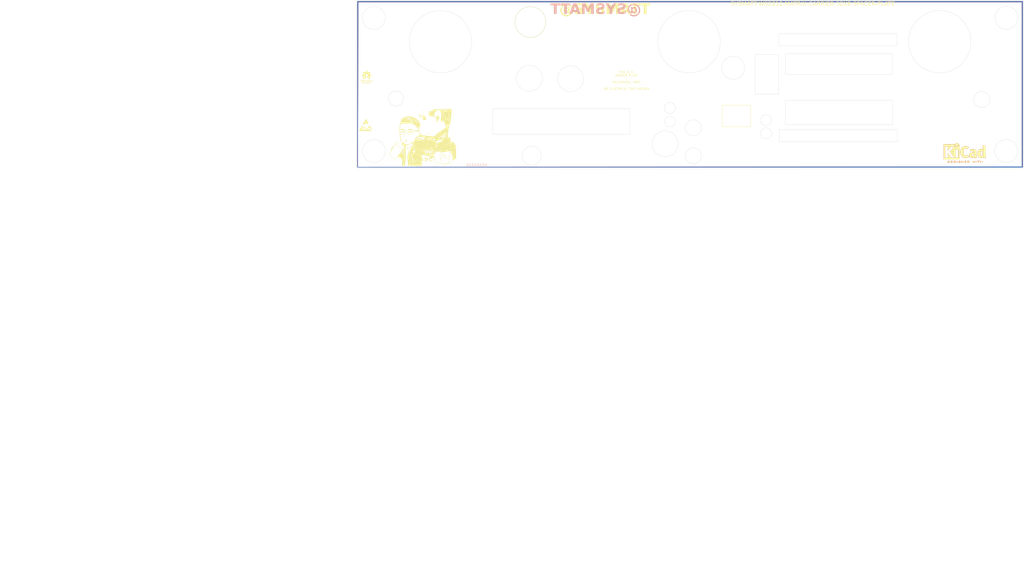
<source format=kicad_pcb>
(kicad_pcb (version 20221018) (generator pcbnew)
  (layers (0 "F.Cu" signal) (31 "B.Cu" signal) (34 "B.Paste" user) (35 "F.Paste" user) (36 "B.SilkS" user "B.Silkscreen") (37 "F.SilkS" user "F.Silkscreen") (38 "B.Mask" user) (39 "F.Mask" user) (44 "Edge.Cuts" user))
  (net 0 "")
  (net 1 "GND")
  (footprint "Symbol:OSHW-Logo_5.7x6mm_SilkScreen" (layer "F.Cu") (at 15 -53)
    (fp_text reference "REF**" hide)
    (fp_text value "OSHW-Logo_5.7x6mm_SilkScreen" hide)
  )
  (footprint "MountingHole:MountingHole_4.3mm_M4" (layer "F.Cu") (at 131.953 -67.945)
    (fp_text reference "REF**" hide)
    (fp_text value "MountingHole_4.3mm_M4")
    (pad "" np_thru_hole circle (at 0 0) (size 4.3 4.3) (drill 4.3) (layers "*.Cu" "*.Mask"))
  )
  (footprint "Symbol:KiCad-Logo2_8mm_Copper" (layer "F.Cu") (at 302.57 -17.350001)
    (fp_text reference "REF**" hide)
    (fp_text value "KiCad-Logo2_8mm_Copper" hide)
    (fp_poly (pts (xy 5.751604 4.615477) (xy 5.783174 4.635142) (xy 5.818656 4.663873) (xy 5.818656 5.091966) (xy 5.818543 5.21719) (xy 5.818059 5.315847) (xy 5.816986 5.39143) (xy 5.815108 5.447433) (xy 5.812206 5.487347) (xy 5.808063 5.514666) (xy 5.802462 5.532881) (xy 5.795185 5.545486) (xy 5.790024 5.551696) (xy 5.748168 5.57898) (xy 5.700505 5.577867) (xy 5.658753 5.554602) (xy 5.623271 5.525871) (xy 5.623271 4.663873) (xy 5.658753 4.635142) (xy 5.692998 4.614242) (xy 5.720963 4.60641) (xy 5.751604 4.615477)) (stroke (width 0.01)) (fill solid) (layer "F.Cu"))
    (fp_poly (pts (xy -3.717617 4.63647) (xy -3.708855 4.646552) (xy -3.701982 4.659559) (xy -3.696769 4.678975) (xy -3.692988 4.708284) (xy -3.69041 4.750971) (xy -3.688807 4.810519) (xy -3.687949 4.890414) (xy -3.68761 4.99414) (xy -3.687557 5.094872) (xy -3.68765 5.219816) (xy -3.688081 5.318185) (xy -3.689077 5.393465) (xy -3.690869 5.449138) (xy -3.693683 5.48869) (xy -3.69775 5.515605) (xy -3.703296 5.533367) (xy -3.710551 5.545461) (xy -3.717617 5.553274) (xy -3.761556 5.579476) (xy -3.808374 5.577125) (xy -3.850263 5.548548) (xy -3.859888 5.537391) (xy -3.867409 5.524447) (xy -3.873088 5.506136) (xy -3.877181 5.478882) (xy -3.879949 5.439104) (xy -3.88165 5.383226) (xy -3.882543 5.307668) (xy -3.882887 5.208852) (xy -3.882942 5.096978) (xy -3.882942 4.680192) (xy -3.846051 4.643301) (xy -3.800579 4.612264) (xy -3.75647 4.611145) (xy -3.717617 4.63647)) (stroke (width 0.01)) (fill solid) (layer "F.Cu"))
    (fp_poly (pts (xy -3.602318 -3.916067) (xy -3.466071 -3.868828) (xy -3.339221 -3.794473) (xy -3.225933 -3.693013) (xy -3.130372 -3.564457) (xy -3.087446 -3.483428) (xy -3.050295 -3.370092) (xy -3.032288 -3.239249) (xy -3.034283 -3.104735) (xy -3.056423 -2.982842) (xy -3.116936 -2.833893) (xy -3.204686 -2.704691) (xy -3.315212 -2.597777) (xy -3.444054 -2.515694) (xy -3.586753 -2.460984) (xy -3.738849 -2.43619) (xy -3.895881 -2.443853) (xy -3.973286 -2.460228) (xy -4.124141 -2.518911) (xy -4.258125 -2.608457) (xy -4.372006 -2.726107) (xy -4.462552 -2.869098) (xy -4.470212 -2.884714) (xy -4.496694 -2.943314) (xy -4.513322 -2.992666) (xy -4.52235 -3.04473) (xy -4.526032 -3.111461) (xy -4.526643 -3.184071) (xy -4.525633 -3.271309) (xy -4.521072 -3.334376) (xy -4.510666 -3.385364) (xy -4.492121 -3.436367) (xy -4.46923 -3.486687) (xy -4.383846 -3.62953) (xy -4.278699 -3.74519) (xy -4.157955 -3.833675) (xy -4.025779 -3.894995) (xy -3.886337 -3.929161) (xy -3.743795 -3.936182) (xy -3.602318 -3.916067)) (stroke (width 0.01)) (fill solid) (layer "F.Cu"))
    (fp_poly (pts (xy 6.782677 4.606539) (xy 6.887465 4.607043) (xy 6.968799 4.608096) (xy 7.02998 4.609876) (xy 7.074311 4.612557) (xy 7.105094 4.616314) (xy 7.125631 4.621325) (xy 7.139225 4.627763) (xy 7.145803 4.632712) (xy 7.179944 4.676029) (xy 7.184074 4.721003) (xy 7.162976 4.76186) (xy 7.149179 4.778186) (xy 7.134332 4.789318) (xy 7.112815 4.79625) (xy 7.079008 4.799977) (xy 7.027292 4.801494) (xy 6.952047 4.801794) (xy 6.937269 4.801795) (xy 6.742975 4.801795) (xy 6.742975 5.162505) (xy 6.742847 5.276201) (xy 6.742266 5.363685) (xy 6.740936 5.428802) (xy 6.73856 5.475398) (xy 6.734844 5.507319) (xy 6.729492 5.528412) (xy 6.722207 5.542523) (xy 6.712916 5.553274) (xy 6.669071 5.579696) (xy 6.6233 5.577614) (xy 6.58179 5.547469) (xy 6.578741 5.543733) (xy 6.568812 5.52961) (xy 6.561248 5.513086) (xy 6.555729 5.490146) (xy 6.551933 5.456773) (xy 6.549542 5.408955) (xy 6.548234 5.342674) (xy 6.547691 5.253918) (xy 6.547591 5.152963) (xy 6.547591 4.801795) (xy 6.36205 4.801795) (xy 6.282427 4.801256) (xy 6.227304 4.799157) (xy 6.191132 4.794771) (xy 6.168362 4.787376) (xy 6.153447 4.776245) (xy 6.151636 4.77431) (xy 6.129858 4.730057) (xy 6.131784 4.680029) (xy 6.156821 4.63647) (xy 6.166504 4.62802) (xy 6.178988 4.621321) (xy 6.197603 4.616169) (xy 6.225677 4.612361) (xy 6.266541 4.609697) (xy 6.323522 4.607972) (xy 6.399952 4.606984) (xy 6.499157 4.606532) (xy 6.624469 4.606412) (xy 6.651133 4.60641) (xy 6.782677 4.606539)) (stroke (width 0.01)) (fill solid) (layer "F.Cu"))
    (fp_poly (pts (xy 8.467859 4.613688) (xy 8.509635 4.643301) (xy 8.546525 4.680192) (xy 8.546525 5.092162) (xy 8.546429 5.214486) (xy 8.545972 5.310398) (xy 8.544903 5.383544) (xy 8.542971 5.43757) (xy 8.539923 5.476123) (xy 8.535509 5.502848) (xy 8.529476 5.521394) (xy 8.521574 5.535405) (xy 8.515375 5.543733) (xy 8.474461 5.576449) (xy 8.427482 5.58) (xy 8.384544 5.559937) (xy 8.370356 5.548092) (xy 8.360872 5.532358) (xy 8.355151 5.507022) (xy 8.352253 5.46637) (xy 8.351238 5.404688) (xy 8.351141 5.357038) (xy 8.351141 5.177535) (xy 7.689839 5.177535) (xy 7.689839 5.340833) (xy 7.689155 5.415505) (xy 7.686419 5.466824) (xy 7.680604 5.501477) (xy 7.670684 5.526155) (xy 7.658689 5.543733) (xy 7.617546 5.576357) (xy 7.571017 5.58022) (xy 7.526473 5.557032) (xy 7.514312 5.544876) (xy 7.505723 5.528761) (xy 7.500058 5.50366) (xy 7.496669 5.464544) (xy 7.494908 5.406386) (xy 7.494128 5.324158) (xy 7.494036 5.305286) (xy 7.493392 5.150357) (xy 7.49306 5.022674) (xy 7.493168 4.919427) (xy 7.493845 4.837803) (xy 7.495218 4.774992) (xy 7.497416 4.728181) (xy 7.500566 4.694559) (xy 7.504798 4.671315) (xy 7.510238 4.655636) (xy 7.517015 4.644711) (xy 7.524514 4.63647) (xy 7.566933 4.610107) (xy 7.611172 4.613688) (xy 7.652948 4.643301) (xy 7.669853 4.662407) (xy 7.680629 4.683511) (xy 7.686641 4.713568) (xy 7.689256 4.759533) (xy 7.689839 4.82836) (xy 7.689839 4.98215) (xy 8.351141 4.98215) (xy 8.351141 4.824339) (xy 8.351816 4.751636) (xy 8.354526 4.702545) (xy 8.360301 4.670636) (xy 8.370169 4.649478) (xy 8.3812 4.63647) (xy 8.423619 4.610107) (xy 8.467859 4.613688)) (stroke (width 0.01)) (fill solid) (layer "F.Cu"))
    (fp_poly (pts (xy 1.530783 4.606687) (xy 1.702501 4.612493) (xy 1.848555 4.630101) (xy 1.971353 4.660563) (xy 2.073303 4.704935) (xy 2.156814 4.764271) (xy 2.224293 4.839624) (xy 2.278149 4.93205) (xy 2.279208 4.934304) (xy 2.311349 5.017024) (xy 2.322801 5.090284) (xy 2.31352 5.164012) (xy 2.283461 5.248135) (xy 2.277761 5.260937) (xy 2.238885 5.335862) (xy 2.195195 5.393757) (xy 2.138806 5.442972) (xy 2.061838 5.491857) (xy 2.057366 5.494409) (xy 1.990363 5.526595) (xy 1.914631 5.550632) (xy 1.825304 5.567351) (xy 1.717515 5.577579) (xy 1.586398 5.582146) (xy 1.540072 5.582543) (xy 1.319476 5.583334) (xy 1.288326 5.543733) (xy 1.279086 5.530711) (xy 1.271878 5.515504) (xy 1.26645 5.494466) (xy 1.262551 5.46395) (xy 1.259929 5.420311) (xy 1.259074 5.387949) (xy 1.467591 5.387949) (xy 1.592582 5.387949) (xy 1.665723 5.38581) (xy 1.740807 5.380181) (xy 1.80243 5.372243) (xy 1.806149 5.371575) (xy 1.915599 5.342212) (xy 2.000494 5.298097) (xy 2.063518 5.237183) (xy 2.10736 5.157424) (xy 2.114983 5.136284) (xy 2.122456 5.103362) (xy 2.119221 5.070836) (xy 2.103479 5.027564) (xy 2.09399 5.006307) (xy 2.062917 4.94982) (xy 2.025479 4.910191) (xy 1.984287 4.882594) (xy 1.901776 4.846682) (xy 1.796179 4.820668) (xy 1.673164 4.805688) (xy 1.58407 4.802392) (xy 1.467591 4.801795) (xy 1.467591 5.387949) (xy 1.259074 5.387949) (xy 1.258332 5.3599) (xy 1.25751 5.279072) (xy 1.25721 5.174181) (xy 1.257176 5.092162) (xy 1.257176 4.680192) (xy 1.294067 4.643301) (xy 1.31044 4.628348) (xy 1.328143 4.618108) (xy 1.352865 4.611701) (xy 1.390294 4.608247) (xy 1.446119 4.606867) (xy 1.526028 4.606681) (xy 1.530783 4.606687)) (stroke (width 0.01)) (fill solid) (layer "F.Cu"))
    (fp_poly (pts (xy -7.974708 4.606409) (xy -7.922143 4.606944) (xy -7.768119 4.61066) (xy -7.639125 4.621699) (xy -7.530763 4.641246) (xy -7.438638 4.670483) (xy -7.358353 4.710597) (xy -7.285512 4.762769) (xy -7.259495 4.785433) (xy -7.216337 4.838462) (xy -7.177421 4.910421) (xy -7.147427 4.990184) (xy -7.131035 5.066625) (xy -7.129332 5.094872) (xy -7.140005 5.173174) (xy -7.168607 5.258705) (xy -7.210011 5.339663) (xy -7.259095 5.404246) (xy -7.267067 5.412038) (xy -7.3346 5.466808) (xy -7.408552 5.509563) (xy -7.493188 5.541423) (xy -7.592771 5.563508) (xy -7.711566 5.576938) (xy -7.853834 5.582834) (xy -7.919 5.583334) (xy -8.001855 5.582935) (xy -8.060123 5.581266) (xy -8.09927 5.577622) (xy -8.124763 5.571293) (xy -8.142068 5.561574) (xy -8.151344 5.553274) (xy -8.160106 5.543192) (xy -8.166979 5.530185) (xy -8.172192 5.510769) (xy -8.175973 5.48146) (xy -8.178551 5.438773) (xy -8.180154 5.379225) (xy -8.181011 5.29933) (xy -8.181351 5.195605) (xy -8.181403 5.094872) (xy -8.181734 4.960519) (xy -8.181662 4.853192) (xy -8.180384 4.801795) (xy -7.986019 4.801795) (xy -7.986019 5.387949) (xy -7.862025 5.387835) (xy -7.787415 5.385696) (xy -7.709272 5.380183) (xy -7.644074 5.372472) (xy -7.64209 5.372155) (xy -7.536717 5.346678) (xy -7.454986 5.307) (xy -7.392816 5.250538) (xy -7.353314 5.189406) (xy -7.328974 5.121593) (xy -7.330861 5.057919) (xy -7.359109 4.989665) (xy -7.414362 4.919056) (xy -7.490927 4.866735) (xy -7.590449 4.831763) (xy -7.656961 4.819386) (xy -7.732461 4.810694) (xy -7.812479 4.804404) (xy -7.880538 4.801788) (xy -7.884569 4.801776) (xy -7.986019 4.801795) (xy -8.180384 4.801795) (xy -8.17959 4.769881) (xy -8.173915 4.707579) (xy -8.163041 4.663275) (xy -8.145368 4.63396) (xy -8.119297 4.616625) (xy -8.083229 4.608261) (xy -8.035566 4.605859) (xy -7.974708 4.606409)) (stroke (width 0.01)) (fill solid) (layer "F.Cu"))
    (fp_poly (pts (xy -1.555874 4.612244) (xy -1.524499 4.630649) (xy -1.483476 4.660749) (xy -1.430678 4.70396) (xy -1.363979 4.761702) (xy -1.281253 4.835392) (xy -1.180374 4.926448) (xy -1.064895 5.031138) (xy -0.824421 5.249207) (xy -0.816906 4.956508) (xy -0.814193 4.855754) (xy -0.811576 4.780722) (xy -0.808474 4.727084) (xy -0.80431 4.69051) (xy -0.798505 4.666671) (xy -0.790478 4.651238) (xy -0.779651 4.639882) (xy -0.77391 4.63511) (xy -0.727937 4.609877) (xy -0.684191 4.613566) (xy -0.649489 4.635123) (xy -0.614007 4.663835) (xy -0.609594 5.08315) (xy -0.608373 5.206471) (xy -0.607751 5.303348) (xy -0.607944 5.377394) (xy -0.609168 5.432221) (xy -0.611638 5.471443) (xy -0.615568 5.498673) (xy -0.621174 5.517523) (xy -0.628672 5.531605) (xy -0.636987 5.542899) (xy -0.654976 5.563846) (xy -0.672875 5.577731) (xy -0.693166 5.58306) (xy -0.718332 5.57834) (xy -0.750854 5.562077) (xy -0.793217 5.532777) (xy -0.847902 5.488946) (xy -0.917391 5.429091) (xy -1.004169 5.351718) (xy -1.102469 5.262814) (xy -1.455664 4.942435) (xy -1.463179 5.234177) (xy -1.465897 5.334747) (xy -1.468521 5.409604) (xy -1.471633 5.463084) (xy -1.475816 5.499526) (xy -1.481651 5.523268) (xy -1.48972 5.538646) (xy -1.500605 5.55) (xy -1.506175 5.554626) (xy -1.55541 5.580042) (xy -1.601931 5.576209) (xy -1.642443 5.543733) (xy -1.65171 5.530667) (xy -1.658933 5.515409) (xy -1.664366 5.494296) (xy -1.668262 5.463669) (xy -1.670875 5.419866) (xy -1.672461 5.359227) (xy -1.673272 5.278091) (xy -1.673562 5.172797) (xy -1.673593 5.094872) (xy -1.673495 4.972988) (xy -1.673033 4.877503) (xy -1.671951 4.804755) (xy -1.669997 4.751083) (xy -1.666916 4.712827) (xy -1.662454 4.686327) (xy -1.656357 4.66792) (xy -1.648371 4.653948) (xy -1.642443 4.646011) (xy -1.627416 4.627212) (xy -1.613372 4.613017) (xy -1.598184 4.604846) (xy -1.579727 4.604116) (xy -1.555874 4.612244)) (stroke (width 0.01)) (fill solid) (layer "F.Cu"))
    (fp_poly (pts (xy -2.421216 4.613776) (xy -2.329995 4.629082) (xy -2.259936 4.652875) (xy -2.214358 4.684204) (xy -2.201938 4.702078) (xy -2.189308 4.743649) (xy -2.197807 4.781256) (xy -2.224639 4.816919) (xy -2.26633 4.833603) (xy -2.326824 4.832248) (xy -2.373613 4.823209) (xy -2.477582 4.805987) (xy -2.583834 4.804351) (xy -2.702763 4.818329) (xy -2.735614 4.824252) (xy -2.846199 4.855431) (xy -2.932713 4.90181) (xy -2.994207 4.962599) (xy -3.029732 5.037008) (xy -3.037079 5.075478) (xy -3.03227 5.153527) (xy -3.00122 5.222581) (xy -2.94676 5.281293) (xy -2.871718 5.328317) (xy -2.778924 5.362307) (xy -2.671206 5.381918) (xy -2.551395 5.385805) (xy -2.422319 5.37262) (xy -2.415031 5.371376) (xy -2.363692 5.361814) (xy -2.335226 5.352578) (xy -2.322888 5.338873) (xy -2.319932 5.315906) (xy -2.319865 5.303743) (xy -2.319865 5.252683) (xy -2.411031 5.252683) (xy -2.491536 5.247168) (xy -2.546475 5.229594) (xy -2.57844 5.198417) (xy -2.590026 5.152094) (xy -2.590167 5.146048) (xy -2.583389 5.106453) (xy -2.560145 5.078181) (xy -2.516884 5.059471) (xy -2.450055 5.048564) (xy -2.385324 5.044554) (xy -2.291241 5.042253) (xy -2.222998 5.045764) (xy -2.176455 5.058719) (xy -2.147472 5.08475) (xy -2.131909 5.127491) (xy -2.125625 5.190574) (xy -2.12448 5.273428) (xy -2.126356 5.36591) (xy -2.132 5.428818) (xy -2.141436 5.462403) (xy -2.143267 5.465033) (xy -2.195079 5.506998) (xy -2.271044 5.540232) (xy -2.366346 5.564023) (xy -2.47617 5.577663) (xy -2.5957 5.580442) (xy -2.72012 5.571649) (xy -2.793297 5.560849) (xy -2.908074 5.528362) (xy -3.01475 5.47525) (xy -3.104065 5.406319) (xy -3.11764 5.392542) (xy -3.161746 5.334622) (xy -3.201543 5.26284) (xy -3.232381 5.187583) (xy -3.249611 5.119241) (xy -3.251688 5.092993) (xy -3.242847 5.038241) (xy -3.219349 4.970119) (xy -3.185703 4.898414) (xy -3.146418 4.832913) (xy -3.111709 4.789162) (xy -3.030557 4.724083) (xy -2.925652 4.672285) (xy -2.800754 4.634938) (xy -2.659621 4.613217) (xy -2.530279 4.607909) (xy -2.421216 4.613776)) (stroke (width 0.01)) (fill solid) (layer "F.Cu"))
    (fp_poly (pts (xy 0.481716 4.606667) (xy 0.583377 4.607884) (xy 0.661282 4.61073) (xy 0.718581 4.615874) (xy 0.758427 4.623984) (xy 0.783968 4.635731) (xy 0.798357 4.651782) (xy 0.804745 4.672808) (xy 0.806281 4.699476) (xy 0.806289 4.702626) (xy 0.804955 4.73279) (xy 0.798651 4.756103) (xy 0.783922 4.773506) (xy 0.757315 4.78594) (xy 0.715374 4.794345) (xy 0.654646 4.799665) (xy 0.571676 4.802839) (xy 0.463011 4.804809) (xy 0.429705 4.805245) (xy 0.107413 4.80931) (xy 0.102906 4.89573) (xy 0.098398 4.98215) (xy 0.322263 4.98215) (xy 0.409721 4.982473) (xy 0.472169 4.983837) (xy 0.514654 4.986839) (xy 0.542223 4.992073) (xy 0.559922 5.000135) (xy 0.572797 5.01162) (xy 0.57288 5.011711) (xy 0.59623 5.056471) (xy 0.595386 5.104847) (xy 0.570879 5.146086) (xy 0.566029 5.150325) (xy 0.548815 5.161249) (xy 0.525226 5.168849) (xy 0.490007 5.173697) (xy 0.4379 5.176366) (xy 0.36365 5.177428) (xy 0.316162 5.177535) (xy 0.099898 5.177535) (xy 0.099898 5.387949) (xy 0.42822 5.387949) (xy 0.536618 5.388139) (xy 0.618935 5.388914) (xy 0.679149 5.390584) (xy 0.721235 5.393458) (xy 0.749171 5.397847) (xy 0.766934 5.404059) (xy 0.7785 5.412404) (xy 0.781415 5.415434) (xy 0.802936 5.457434) (xy 0.80451 5.505214) (xy 0.786855 5.546642) (xy 0.772885 5.559937) (xy 0.758354 5.567256) (xy 0.735838 5.572919) (xy 0.701776 5.577123) (xy 0.652607 5.580068) (xy 0.584768 5.581951) (xy 0.494698 5.58297) (xy 0.378837 5.583325) (xy 0.352643 5.583334) (xy 0.234839 5.583256) (xy 0.143396 5.582831) (xy 0.074614 5.581766) (xy 0.024796 5.579769) (xy -0.00976 5.57655) (xy -0.03275 5.571816) (xy -0.047874 5.565277) (xy -0.058831 5.556641) (xy -0.064842 5.55044) (xy -0.07389 5.539457) (xy -0.080958 5.525852) (xy -0.086291 5.506056) (xy -0.090132 5.476502) (xy -0.092725 5.433621) (xy -0.094313 5.373845) (xy -0.095139 5.293607) (xy -0.095448 5.189339) (xy -0.095486 5.10158) (xy -0.095392 4.978608) (xy -0.094943 4.882069) (xy -0.093892 4.808339) (xy -0.09199 4.75379) (xy -0.088991 4.714799) (xy -0.084645 4.687739) (xy -0.078706 4.668984) (xy -0.070925 4.65491) (xy -0.064336 4.646011) (xy -0.033186 4.60641) (xy 0.353148 4.60641) (xy 0.481716 4.606667)) (stroke (width 0.01)) (fill solid) (layer "F.Cu"))
    (fp_poly (pts (xy -6.099384 4.606516) (xy -6.006976 4.607012) (xy -5.937227 4.608165) (xy -5.886437 4.610244) (xy -5.850905 4.613515) (xy -5.826932 4.618247) (xy -5.810818 4.624707) (xy -5.798863 4.633163) (xy -5.794533 4.637055) (xy -5.768205 4.678404) (xy -5.763465 4.725916) (xy -5.780784 4.768095) (xy -5.788793 4.77662) (xy -5.801746 4.784885) (xy -5.822602 4.791261) (xy -5.85523 4.796059) (xy -5.903496 4.799588) (xy -5.971268 4.802158) (xy -6.062414 4.804081) (xy -6.145745 4.805251) (xy -6.475546 4.80931) (xy -6.48456 4.98215) (xy -6.260696 4.98215) (xy -6.163508 4.982989) (xy -6.092357 4.986496) (xy -6.043245 4.994159) (xy -6.012171 5.007467) (xy -5.995138 5.027905) (xy -5.988146 5.056963) (xy -5.987084 5.083931) (xy -5.990384 5.117021) (xy -6.002837 5.141404) (xy -6.028274 5.158353) (xy -6.070525 5.169143) (xy -6.13342 5.175048) (xy -6.220789 5.177341) (xy -6.268475 5.177535) (xy -6.48306 5.177535) (xy -6.48306 5.387949) (xy -6.152409 5.387949) (xy -6.044024 5.3881) (xy -5.961651 5.388778) (xy -5.901243 5.39032) (xy -5.858753 5.393063) (xy -5.830135 5.397345) (xy -5.811342 5.403503) (xy -5.798328 5.411873) (xy -5.791699 5.418008) (xy -5.768961 5.453813) (xy -5.76164 5.485641) (xy -5.772093 5.524518) (xy -5.791699 5.553274) (xy -5.802159 5.562327) (xy -5.815662 5.569357) (xy -5.83584 5.574618) (xy -5.866325 5.578365) (xy -5.910749 5.580854) (xy -5.972745 5.582339) (xy -6.055945 5.583075) (xy -6.163981 5.583318) (xy -6.220043 5.583334) (xy -6.340098 5.583227) (xy -6.433728 5.582739) (xy -6.504563 5.581613) (xy -6.556235 5.579595) (xy -6.592377 5.57643) (xy -6.616622 5.571863) (xy -6.632601 5.56564) (xy -6.643947 5.557504) (xy -6.648386 5.553274) (xy -6.657171 5.54316) (xy -6.664058 5.530112) (xy -6.669275 5.510634) (xy -6.673053 5.481228) (xy -6.675624 5.438398) (xy -6.677218 5.378648) (xy -6.678065 5.298481) (xy -6.678396 5.194401) (xy -6.678445 5.097492) (xy -6.6784 4.973387) (xy -6.678088 4.87583) (xy -6.677242 4.80131) (xy -6.675596 4.746315) (xy -6.672883 4.707334) (xy -6.668837 4.680857) (xy -6.663191 4.66337) (xy -6.65568 4.651364) (xy -6.646036 4.641327) (xy -6.64366 4.63909) (xy -6.632129 4.629183) (xy -6.618732 4.621512) (xy -6.59975 4.61579) (xy -6.571469 4.611732) (xy -6.530172 4.609052) (xy -6.472142 4.607466) (xy -6.393663 4.606688) (xy -6.29102 4.606432) (xy -6.21815 4.60641) (xy -6.099384 4.606516)) (stroke (width 0.01)) (fill solid) (layer "F.Cu"))
    (fp_poly (pts (xy 5.160547 4.60903) (xy 5.186628 4.61835) (xy 5.187634 4.618806) (xy 5.223052 4.645834) (xy 5.242566 4.673636) (xy 5.246384 4.686672) (xy 5.246195 4.703992) (xy 5.240822 4.728667) (xy 5.229088 4.763764) (xy 5.209813 4.812353) (xy 5.181822 4.877502) (xy 5.143936 4.962281) (xy 5.094978 5.069759) (xy 5.068031 5.128503) (xy 5.01937 5.233373) (xy 4.97369 5.329814) (xy 4.932734 5.414298) (xy 4.898246 5.4833) (xy 4.871969 5.533294) (xy 4.855646 5.560754) (xy 4.852416 5.564547) (xy 4.811089 5.58128) (xy 4.764409 5.579039) (xy 4.72697 5.558687) (xy 4.725444 5.557032) (xy 4.710551 5.534486) (xy 4.685569 5.490571) (xy 4.653579 5.43094) (xy 4.61766 5.361246) (xy 4.604752 5.335563) (xy 4.507314 5.140397) (xy 4.401106 5.352407) (xy 4.363197 5.425661) (xy 4.328027 5.48919) (xy 4.298468 5.538131) (xy 4.277394 5.567622) (xy 4.270252 5.573876) (xy 4.214738 5.582345) (xy 4.168929 5.564547) (xy 4.155454 5.545525) (xy 4.132136 5.503249) (xy 4.100877 5.44188) (xy 4.06358 5.365576) (xy 4.022146 5.278499) (xy 3.978478 5.184807) (xy 3.934478 5.088661) (xy 3.892048 4.994221) (xy 3.85309 4.905645) (xy 3.819507 4.827096) (xy 3.793201 4.762731) (xy 3.776074 4.716711) (xy 3.770029 4.693197) (xy 3.770091 4.692345) (xy 3.7848 4.662756) (xy 3.814202 4.63262) (xy 3.815933 4.631308) (xy 3.85207 4.610882) (xy 3.885494 4.61108) (xy 3.898022 4.614931) (xy 3.913287 4.623253) (xy 3.929498 4.639625) (xy 3.948599 4.667442) (xy 3.972535 4.7101) (xy 4.003251 4.770995) (xy 4.042691 4.853525) (xy 4.078258 4.929707) (xy 4.119177 5.018014) (xy 4.155844 5.097426) (xy 4.186354 5.163796) (xy 4.208802 5.212975) (xy 4.221283 5.240813) (xy 4.223103 5.245168) (xy 4.23129 5.238049) (xy 4.250105 5.208241) (xy 4.277046 5.160096) (xy 4.309608 5.097963) (xy 4.322566 5.072328) (xy 4.36646 4.985765) (xy 4.400311 4.922725) (xy 4.426897 4.879542) (xy 4.448995 4.852552) (xy 4.469384 4.838088) (xy 4.49084 4.832487) (xy 4.504823 4.831854) (xy 4.529488 4.83404) (xy 4.551102 4.843079) (xy 4.572578 4.862697) (xy 4.59683 4.896617) (xy 4.62677 4.948562) (xy 4.665313 5.022258) (xy 4.686578 5.06418) (xy 4.721072 5.130994) (xy 4.751156 5.186401) (xy 4.774177 5.225727) (xy 4.78748 5.244296) (xy 4.789289 5.245069) (xy 4.79788 5.230455) (xy 4.817114 5.192507) (xy 4.845065 5.135196) (xy 4.879807 5.062496) (xy 4.919413 4.978376) (xy 4.938896 4.936594) (xy 4.98958 4.828763) (xy 5.030393 4.74579) (xy 5.063454 4.684966) (xy 5.090881 4.643585) (xy 5.114792 4.61894) (xy 5.137308 4.608324) (xy 5.160547 4.60903)) (stroke (width 0.01)) (fill solid) (layer "F.Cu"))
    (fp_poly (pts (xy -4.739942 4.608121) (xy -4.640337 4.615084) (xy -4.547698 4.625959) (xy -4.467412 4.640338) (xy -4.404862 4.65781) (xy -4.365435 4.677966) (xy -4.359383 4.683899) (xy -4.338338 4.729939) (xy -4.34472 4.777204) (xy -4.377361 4.817642) (xy -4.378918 4.818801) (xy -4.398117 4.831261) (xy -4.418159 4.837813) (xy -4.446114 4.838608) (xy -4.489053 4.8338) (xy -4.554045 4.823539) (xy -4.559273 4.822675) (xy -4.656115 4.810778) (xy -4.760598 4.804909) (xy -4.865389 4.804852) (xy -4.963156 4.810391) (xy -5.046566 4.821309) (xy -5.108287 4.837389) (xy -5.112342 4.839005) (xy -5.157118 4.864093) (xy -5.17285 4.889482) (xy -5.160534 4.914451) (xy -5.121169 4.93828) (xy -5.055752 4.960246) (xy -4.96528 4.97963) (xy -4.904954 4.988962) (xy -4.779554 5.006913) (xy -4.679819 5.023323) (xy -4.6015 5.039612) (xy -4.540347 5.057202) (xy -4.492113 5.077513) (xy -4.452549 5.101967) (xy -4.417406 5.131984) (xy -4.389165 5.16146) (xy -4.355662 5.202531) (xy -4.339173 5.237846) (xy -4.334017 5.281357) (xy -4.33383 5.297292) (xy -4.337702 5.350169) (xy -4.353181 5.389507) (xy -4.379969 5.424424) (xy -4.434413 5.477798) (xy -4.495124 5.518502) (xy -4.566612 5.547864) (xy -4.65339 5.567211) (xy -4.759968 5.57787) (xy -4.890857 5.581169) (xy -4.912469 5.581113) (xy -4.999752 5.579304) (xy -5.086313 5.575193) (xy -5.162716 5.56937) (xy -5.219524 5.562425) (xy -5.224118 5.561628) (xy -5.280599 5.548248) (xy -5.328506 5.531346) (xy -5.355627 5.515895) (xy -5.380865 5.47513) (xy -5.382623 5.427662) (xy -5.360866 5.385359) (xy -5.355998 5.380576) (xy -5.335876 5.366363) (xy -5.310712 5.36024) (xy -5.271767 5.361282) (xy -5.224489 5.366698) (xy -5.171659 5.371537) (xy -5.097602 5.375619) (xy -5.011145 5.378582) (xy -4.921117 5.380061) (xy -4.897439 5.380158) (xy -4.807076 5.379794) (xy -4.740943 5.37804) (xy -4.693221 5.374287) (xy -4.658092 5.367927) (xy -4.629736 5.358351) (xy -4.612695 5.350375) (xy -4.57525 5.328229) (xy -4.551375 5.308172) (xy -4.547886 5.302487) (xy -4.555247 5.279009) (xy -4.590241 5.256281) (xy -4.650442 5.235334) (xy -4.733425 5.2172) (xy -4.757874 5.213161) (xy -4.885576 5.193103) (xy -4.987494 5.176338) (xy -5.06756 5.161647) (xy -5.129708 5.147812) (xy -5.177872 5.133615) (xy -5.215986 5.117837) (xy -5.247984 5.09926) (xy -5.277798 5.076666) (xy -5.309364 5.048837) (xy -5.319986 5.03908) (xy -5.357227 5.002666) (xy -5.376941 4.973816) (xy -5.384653 4.940802) (xy -5.385901 4.899199) (xy -5.372169 4.817615) (xy -5.331132 4.748298) (xy -5.263024 4.691472) (xy -5.168081 4.647361) (xy -5.100338 4.627576) (xy -5.026713 4.614797) (xy -4.938515 4.607568) (xy -4.84113 4.605479) (xy -4.739942 4.608121)) (stroke (width 0.01)) (fill solid) (layer "F.Cu"))
    (fp_poly (pts (xy 0.581378 -2.430769) (xy 0.777019 -2.409351) (xy 0.966562 -2.371015) (xy 1.157717 -2.313762) (xy 1.358196 -2.235591) (xy 1.575708 -2.134504) (xy 1.61488 -2.114924) (xy 1.704772 -2.070638) (xy 1.789553 -2.030761) (xy 1.860855 -1.999102) (xy 1.91031 -1.979468) (xy 1.917908 -1.976996) (xy 1.990714 -1.955183) (xy 1.664803 -1.481056) (xy 1.585123 -1.365177) (xy 1.512272 -1.259306) (xy 1.44873 -1.167038) (xy 1.396972 -1.091967) (xy 1.359477 -1.037687) (xy 1.338723 -1.007793) (xy 1.335351 -1.003059) (xy 1.321655 -1.012958) (xy 1.287943 -1.042715) (xy 1.240244 -1.086927) (xy 1.21392 -1.111916) (xy 1.064772 -1.230544) (xy 0.897268 -1.320687) (xy 0.752928 -1.370064) (xy 0.666283 -1.385571) (xy 0.557796 -1.395021) (xy 0.440227 -1.398239) (xy 0.326334 -1.395049) (xy 0.228879 -1.385276) (xy 0.18999 -1.377791) (xy 0.014712 -1.317488) (xy -0.143235 -1.22541) (xy -0.283732 -1.101727) (xy -0.406665 -0.946607) (xy -0.511915 -0.760219) (xy -0.599365 -0.54273) (xy -0.6689 -0.294308) (xy -0.710225 -0.081643) (xy -0.721006 0.012241) (xy -0.728352 0.133524) (xy -0.732333 0.273493) (xy -0.733021 0.423431) (xy -0.730486 0.574622) (xy -0.7248 0.718351) (xy -0.716033 0.845903) (xy -0.704256 0.948562) (xy -0.701707 0.964401) (xy -0.645519 1.219536) (xy -0.568964 1.445342) (xy -0.471574 1.642831) (xy -0.352886 1.813014) (xy -0.268637 1.905022) (xy -0.11723 2.029943) (xy 0.048817 2.12254) (xy 0.226701 2.182309) (xy 0.413622 2.208746) (xy 0.606778 2.201348) (xy 0.803369 2.159611) (xy 0.919597 2.118771) (xy 1.080438 2.03699) (xy 1.246213 1.919678) (xy 1.339073 1.840345) (xy 1.391214 1.794429) (xy 1.43218 1.760742) (xy 1.455498 1.74451) (xy 1.458393 1.744015) (xy 1.4688 1.760601) (xy 1.495767 1.804432) (xy 1.536996 1.871748) (xy 1.590189 1.958794) (xy 1.65305 2.06181) (xy 1.723281 2.177041) (xy 1.762372 2.241231) (xy 2.060964 2.731677) (xy 1.688161 2.915915) (xy 1.553369 2.982093) (xy 1.444175 3.034278) (xy 1.353907 3.07506) (xy 1.275888 3.107033) (xy 1.203444 3.132787) (xy 1.129901 3.154914) (xy 1.048584 3.176007) (xy 0.970643 3.19453) (xy 0.901366 3.208863) (xy 0.828917 3.219694) (xy 0.746042 3.227626) (xy 0.645488 3.233258) (xy 0.520003 3.237192) (xy 0.435428 3.238891) (xy 0.314754 3.24005) (xy 0.199042 3.239465) (xy 0.095951 3.237304) (xy 0.013138 3.233732) (xy -0.04174 3.228917) (xy -0.044992 3.228437) (xy -0.329957 3.166786) (xy -0.597558 3.073285) (xy -0.847703 2.947993) (xy -1.080296 2.790974) (xy -1.295243 2.602289) (xy -1.49245 2.382) (xy -1.635273 2.186214) (xy -1.78732 1.929949) (xy -1.910227 1.659317) (xy -2.00459 1.372149) (xy -2.071001 1.066276) (xy -2.110056 0.739528) (xy -2.12236 0.407739) (xy -2.112241 0.086779) (xy -2.080439 -0.209354) (xy -2.025946 -0.485655) (xy -1.94775 -0.747119) (xy -1.844841 -0.998742) (xy -1.832553 -1.02481) (xy -1.69718 -1.268493) (xy -1.530911 -1.500382) (xy -1.338459 -1.715677) (xy -1.124534 -1.909578) (xy -0.893845 -2.077285) (xy -0.678891 -2.200304) (xy -0.461742 -2.296655) (xy -0.244132 -2.366449) (xy -0.017638 -2.411587) (xy 0.226166 -2.433969) (xy 0.371928 -2.437269) (xy 0.581378 -2.430769)) (stroke (width 0.01)) (fill solid) (layer "F.Cu"))
    (fp_poly (pts (xy 9.041571 -2.699911) (xy 9.195876 -2.699277) (xy 9.248321 -2.698958) (xy 9.9695 -2.694214) (xy 9.978571 0.072572) (xy 9.979769 0.447756) (xy 9.980832 0.788417) (xy 9.981827 1.096318) (xy 9.982823 1.373221) (xy 9.983888 1.620888) (xy 9.985091 1.841081) (xy 9.986499 2.035562) (xy 9.988182 2.206094) (xy 9.990206 2.35444) (xy 9.992641 2.482361) (xy 9.995554 2.59162) (xy 9.999015 2.683979) (xy 10.00309 2.7612) (xy 10.007849 2.825046) (xy 10.01336 2.877278) (xy 10.019691 2.91966) (xy 10.02691 2.953953) (xy 10.035085 2.98192) (xy 10.044285 3.005324) (xy 10.054577 3.025925) (xy 10.066031 3.045487) (xy 10.078715 3.065772) (xy 10.092695 3.088543) (xy 10.095561 3.093393) (xy 10.14364 3.175433) (xy 8.753928 3.165929) (xy 8.744857 3.013295) (xy 8.739918 2.940045) (xy 8.734771 2.897696) (xy 8.727786 2.880892) (xy 8.717337 2.884277) (xy 8.708571 2.89396) (xy 8.670388 2.929229) (xy 8.608155 2.974563) (xy 8.530641 3.024546) (xy 8.446613 3.073761) (xy 8.364839 3.116791) (xy 8.302052 3.145101) (xy 8.154954 3.191624) (xy 7.98618 3.224579) (xy 7.808191 3.242707) (xy 7.633447 3.24475) (xy 7.474407 3.229447) (xy 7.471788 3.229009) (xy 7.254168 3.174402) (xy 7.050455 3.087401) (xy 6.862613 2.969876) (xy 6.692607 2.823697) (xy 6.542402 2.650734) (xy 6.413964 2.452857) (xy 6.309257 2.231936) (xy 6.252246 2.068286) (xy 6.214651 1.931375) (xy 6.186771 1.798798) (xy 6.167753 1.662502) (xy 6.156745 1.514433) (xy 6.152895 1.346537) (xy 6.1546 1.20944) (xy 7.493359 1.20944) (xy 7.499694 1.439329) (xy 7.519679 1.637111) (xy 7.553927 1.804539) (xy 7.603055 1.943369) (xy 7.667676 2.055358) (xy 7.748405 2.142259) (xy 7.841591 2.203692) (xy 7.89008 2.226626) (xy 7.932134 2.240375) (xy 7.97902 2.246666) (xy 8.042004 2.247222) (xy 8.109857 2.244773) (xy 8.243295 2.233004) (xy 8.348832 2.209955) (xy 8.382 2.19841) (xy 8.457735 2.164311) (xy 8.537614 2.121491) (xy 8.5725 2.100057) (xy 8.663214 2.040556) (xy 8.663214 0.154584) (xy 8.563428 0.094771) (xy 8.424267 0.027185) (xy 8.282087 -0.012786) (xy 8.14209 -0.025378) (xy 8.009474 -0.010827) (xy 7.88944 0.030632) (xy 7.787188 0.098763) (xy 7.754195 0.131466) (xy 7.674667 0.238619) (xy 7.610299 0.368327) (xy 7.560553 0.522814) (xy 7.524891 0.704302) (xy 7.502775 0.915015) (xy 7.493667 1.157175) (xy 7.493359 1.20944) (xy 6.1546 1.20944) (xy 6.15531 1.152374) (xy 6.170605 0.853713) (xy 6.201358 0.584325) (xy 6.248381 0.340285) (xy 6.312482 0.11767) (xy 6.394472 -0.087444) (xy 6.42373 -0.148254) (xy 6.541581 -0.34656) (xy 6.683996 -0.522788) (xy 6.847629 -0.674092) (xy 7.029131 -0.797629) (xy 7.225153 -0.890553) (xy 7.342655 -0.928885) (xy 7.458054 -0.951641) (xy 7.596907 -0.96518) (xy 7.747574 -0.969508) (xy 7.898413 -0.964632) (xy 8.037785 -0.950556) (xy 8.149691 -0.928475) (xy 8.282884 -0.885172) (xy 8.411979 -0.829489) (xy 8.524928 -0.767064) (xy 8.585043 -0.724697) (xy 8.62651 -0.693193) (xy 8.655545 -0.67401) (xy 8.66215 -0.671286) (xy 8.664198 -0.688837) (xy 8.666107 -0.739125) (xy 8.667836 -0.8186) (xy 8.669341 -0.923714) (xy 8.670581 -1.050917) (xy 8.671513 -1.196661) (xy 8.672095 -1.357397) (xy 8.672286 -1.521116) (xy 8.672179 -1.730812) (xy 8.671658 -1.907604) (xy 8.670416 -2.054874) (xy 8.668148 -2.176003) (xy 8.66455 -2.274373) (xy 8.659317 -2.353366) (xy 8.652144 -2.416362) (xy 8.642726 -2.466745) (xy 8.630758 -2.507895) (xy 8.615935 -2.543194) (xy 8.597952 -2.576023) (xy 8.576505 -2.609765) (xy 8.573745 -2.613943) (xy 8.546083 -2.657644) (xy 8.529382 -2.687695) (xy 8.527143 -2.694033) (xy 8.544643 -2.696033) (xy 8.594574 -2.69766) (xy 8.673085 -2.698888) (xy 8.776323 -2.699689) (xy 8.900436 -2.700039) (xy 9.041571 -2.699911)) (stroke (width 0.01)) (fill solid) (layer "F.Cu"))
    (fp_poly (pts (xy 4.185632 -0.97227) (xy 4.275523 -0.965465) (xy 4.532715 -0.931247) (xy 4.760485 -0.876669) (xy 4.959943 -0.80098) (xy 5.132197 -0.70343) (xy 5.278359 -0.583268) (xy 5.399536 -0.439742) (xy 5.496839 -0.272102) (xy 5.567891 -0.090714) (xy 5.585927 -0.032854) (xy 5.601632 0.021329) (xy 5.615192 0.074752) (xy 5.626792 0.130333) (xy 5.636617 0.190988) (xy 5.644853 0.259635) (xy 5.651684 0.33919) (xy 5.657295 0.432572) (xy 5.661872 0.542696) (xy 5.6656 0.672481) (xy 5.668665 0.824842) (xy 5.67125 1.002698) (xy 5.673542 1.208965) (xy 5.675725 1.446561) (xy 5.677286 1.632857) (xy 5.687785 2.911929) (xy 5.755821 3.035018) (xy 5.788038 3.094317) (xy 5.812012 3.140377) (xy 5.82345 3.164893) (xy 5.823857 3.166553) (xy 5.806375 3.168454) (xy 5.756574 3.170205) (xy 5.678421 3.171758) (xy 5.575882 3.173062) (xy 5.452922 3.17407) (xy 5.31351 3.174731) (xy 5.161611 3.174997) (xy 5.1435 3.175) (xy 4.463143 3.175) (xy 4.463143 3.020786) (xy 4.461982 2.951094) (xy 4.458887 2.897794) (xy 4.454432 2.869217) (xy 4.452463 2.866572) (xy 4.434455 2.877653) (xy 4.397393 2.906736) (xy 4.349222 2.947579) (xy 4.348141 2.948524) (xy 4.260235 3.013971) (xy 4.149217 3.079688) (xy 4.027631 3.139219) (xy 3.908021 3.186109) (xy 3.855357 3.202133) (xy 3.750551 3.222485) (xy 3.62195 3.235472) (xy 3.481325 3.240909) (xy 3.340448 3.238611) (xy 3.211093 3.228392) (xy 3.120571 3.213689) (xy 2.89858 3.148499) (xy 2.698729 3.055594) (xy 2.522319 2.936126) (xy 2.37065 2.791247) (xy 2.245024 2.62211) (xy 2.146741 2.429867) (xy 2.104341 2.313214) (xy 2.077768 2.199833) (xy 2.060158 2.063722) (xy 2.05201 1.917437) (xy 2.052278 1.896151) (xy 3.279321 1.896151) (xy 3.289496 2.00485) (xy 3.323378 2.095185) (xy 3.386 2.178995) (xy 3.410052 2.203571) (xy 3.495551 2.270011) (xy 3.594373 2.312574) (xy 3.712768 2.333177) (xy 3.837445 2.334694) (xy 3.955698 2.324677) (xy 4.046239 2.305085) (xy 4.08556 2.29037) (xy 4.156432 2.250265) (xy 4.231525 2.193863) (xy 4.300038 2.130561) (xy 4.351172 2.069755) (xy 4.36475 2.047449) (xy 4.375305 2.016212) (xy 4.38281 1.966507) (xy 4.387613 1.893587) (xy 4.390065 1.792703) (xy 4.390571 1.696689) (xy 4.390228 1.58475) (xy 4.388843 1.503809) (xy 4.385881 1.448585) (xy 4.380808 1.413794) (xy 4.37309 1.394154) (xy 4.362192 1.38438) (xy 4.358821 1.382824) (xy 4.329529 1.378029) (xy 4.271756 1.374108) (xy 4.193304 1.371414) (xy 4.101974 1.370299) (xy 4.082143 1.370298) (xy 3.960063 1.372246) (xy 3.865749 1.378041) (xy 3.790807 1.388475) (xy 3.728903 1.403714) (xy 3.575349 1.461784) (xy 3.454932 1.533179) (xy 3.36661 1.619039) (xy 3.309339 1.720507) (xy 3.282078 1.838725) (xy 3.279321 1.896151) (xy 2.052278 1.896151) (xy 2.053823 1.773533) (xy 2.066096 1.644565) (xy 2.07567 1.59246) (xy 2.136801 1.398997) (xy 2.229757 1.220993) (xy 2.352783 1.060155) (xy 2.504124 0.91819) (xy 2.682025 0.796806) (xy 2.884732 0.697709) (xy 3.057071 0.637533) (xy 3.172253 0.605919) (xy 3.282423 0.581354) (xy 3.394719 0.563039) (xy 3.516275 0.550178) (xy 3.654229 0.541972) (xy 3.815715 0.537624) (xy 3.961715 0.5364) (xy 4.394645 0.535215) (xy 4.386351 0.40508) (xy 4.362801 0.263883) (xy 4.312703 0.142518) (xy 4.238191 0.044017) (xy 4.141399 -0.028591) (xy 4.056171 -0.064021) (xy 3.934056 -0.08635) (xy 3.788683 -0.089557) (xy 3.626867 -0.074823) (xy 3.455422 -0.04333) (xy 3.281163 0.00374) (xy 3.110904 0.065203) (xy 2.987176 0.121417) (xy 2.927647 0.150283) (xy 2.882242 0.170443) (xy 2.85915 0.17831) (xy 2.857897 0.178058) (xy 2.849929 0.160437) (xy 2.830031 0.113733) (xy 2.800077 0.042418) (xy 2.761939 -0.049031) (xy 2.717488 -0.156141) (xy 2.672305 -0.265451) (xy 2.491667 -0.70326) (xy 2.620155 -0.724364) (xy 2.675846 -0.734953) (xy 2.759564 -0.752737) (xy 2.864139 -0.776102) (xy 2.982399 -0.803435) (xy 3.107172 -0.833119) (xy 3.156857 -0.845182) (xy 3.371807 -0.895038) (xy 3.559995 -0.932416) (xy 3.728446 -0.958073) (xy 3.884186 -0.972765) (xy 4.03424 -0.977245) (xy 4.185632 -0.97227)) (stroke (width 0.01)) (fill solid) (layer "F.Cu"))
    (fp_poly (pts (xy -7.870089 -3.33834) (xy -7.52054 -3.338293) (xy -7.35783 -3.338286) (xy -4.753429 -3.338285) (xy -4.753429 -3.184762) (xy -4.737043 -2.997937) (xy -4.687588 -2.825633) (xy -4.60462 -2.666825) (xy -4.487695 -2.52049) (xy -4.448136 -2.480968) (xy -4.30583 -2.368862) (xy -4.148922 -2.287101) (xy -3.982072 -2.235647) (xy -3.809939 -2.214463) (xy -3.637185 -2.223513) (xy -3.46847 -2.262758) (xy -3.308454 -2.332162) (xy -3.161798 -2.431689) (xy -3.095932 -2.491735) (xy -2.973192 -2.638957) (xy -2.883188 -2.800853) (xy -2.826706 -2.975573) (xy -2.804529 -3.161265) (xy -2.804234 -3.179533) (xy -2.803072 -3.33828) (xy -2.7333 -3.338283) (xy -2.671405 -3.329882) (xy -2.614865 -3.309444) (xy -2.611128 -3.307333) (xy -2.598358 -3.300707) (xy -2.586632 -3.295546) (xy -2.575906 -3.290349) (xy -2.566139 -3.28361) (xy -2.557288 -3.273829) (xy -2.549311 -3.2595) (xy -2.542165 -3.239122) (xy -2.535808 -3.211192) (xy -2.530198 -3.174205) (xy -2.525293 -3.12666) (xy -2.521049 -3.067053) (xy -2.517424 -2.993881) (xy -2.514377 -2.905641) (xy -2.511864 -2.80083) (xy -2.509844 -2.677945) (xy -2.508274 -2.535483) (xy -2.507112 -2.37194) (xy -2.506314 -2.185814) (xy -2.50584 -1.975602) (xy -2.505646 -1.7398) (xy -2.50569 -1.476906) (xy -2.50593 -1.185416) (xy -2.506323 -0.863828) (xy -2.506827 -0.510638) (xy -2.5074 -0.124343) (xy -2.507999 0.29656) (xy -2.508068 0.34784) (xy -2.508605 0.771426) (xy -2.509061 1.16023) (xy -2.509484 1.515753) (xy -2.509921 1.839498) (xy -2.510422 2.132966) (xy -2.511035 2.397661) (xy -2.511808 2.635085) (xy -2.512789 2.84674) (xy -2.514026 3.034129) (xy -2.515568 3.198754) (xy -2.517463 3.342117) (xy -2.519759 3.46572) (xy -2.522504 3.571067) (xy -2.525747 3.659659) (xy -2.529536 3.733) (xy -2.533919 3.79259) (xy -2.538945 3.839933) (xy -2.544661 3.876531) (xy -2.551116 3.903886) (xy -2.558359 3.923502) (xy -2.566437 3.936879) (xy -2.575398 3.945521) (xy -2.585292 3.95093) (xy -2.596165 3.954608) (xy -2.608067 3.958058) (xy -2.621046 3.962782) (xy -2.624217 3.96422) (xy -2.634181 3.967451) (xy -2.650859 3.97042) (xy -2.675707 3.973137) (xy -2.71018 3.975613) (xy -2.755736 3.977858) (xy -2.81383 3.979883) (xy -2.885919 3.981698) (xy -2.973458 3.983315) (xy -3.077905 3.984743) (xy -3.200715 3.985993) (xy -3.343345 3.987076) (xy -3.507251 3.988002) (xy -3.69389 3.988782) (xy -3.904716 3.989426) (xy -4.141188 3.989946) (xy -4.404761 3.990351) (xy -4.69689 3.990652) (xy -5.019034 3.99086) (xy -5.372647 3.990985) (xy -5.759186 3.991038) (xy -6.180108 3.991029) (xy -6.316456 3.991016) (xy -6.746716 3.990947) (xy -7.142164 3.990834) (xy -7.504273 3.990665) (xy -7.834517 3.99043) (xy -8.134371 3.990116) (xy -8.405308 3.989713) (xy -8.6488 3.989207) (xy -8.866323 3.988589) (xy -9.05935 3.987846) (xy -9.229354 3.986968) (xy -9.37781 3.985941) (xy -9.50619 3.984756) (xy -9.615969 3.9834) (xy -9.70862 3.981862) (xy -9.785617 3.98013) (xy -9.848434 3.978194) (xy -9.898544 3.97604) (xy -9.937421 3.973659) (xy -9.966538 3.971037) (xy -9.987371 3.968165) (xy -10.001391 3.96503) (xy -10.009034 3.962159) (xy -10.022618 3.95643) (xy -10.03509 3.952206) (xy -10.046498 3.947985) (xy -10.056889 3.942268) (xy -10.066309 3.933555) (xy -10.074808 3.920345) (xy -10.08243 3.901137) (xy -10.089225 3.874433) (xy -10.095238 3.83873) (xy -10.100517 3.79253) (xy -10.10511 3.734332) (xy -10.109064 3.662635) (xy -10.112425 3.57594) (xy -10.115241 3.472746) (xy -10.11756 3.351553) (xy -10.119428 3.21086) (xy -10.119916 3.156857) (xy -9.635704 3.156857) (xy -7.924256 3.156857) (xy -7.957187 3.106964) (xy -7.989947 3.055693) (xy -8.017689 3.006869) (xy -8.040807 2.957076) (xy -8.059697 2.902898) (xy -8.074751 2.840916) (xy -8.086367 2.767715) (xy -8.094936 2.679878) (xy -8.100856 2.573988) (xy -8.104519 2.446628) (xy -8.106321 2.294381) (xy -8.106656 2.113832) (xy -8.105919 1.901562) (xy -8.105501 1.822755) (xy -8.100786 0.977911) (xy -7.565572 1.706557) (xy -7.413946 1.913265) (xy -7.282581 2.09326) (xy -7.170057 2.248925) (xy -7.074957 2.382647) (xy -6.995862 2.496809) (xy -6.931353 2.593797) (xy -6.880012 2.675994) (xy -6.84042 2.745786) (xy -6.81116 2.805558) (xy -6.790812 2.857693) (xy -6.777958 2.904576) (xy -6.771181 2.948593) (xy -6.76906 2.992127) (xy -6.770179 3.037564) (xy -6.770464 3.043275) (xy -6.776357 3.156933) (xy -4.900771 3.156857) (xy -5.040278 3.016189) (xy -5.078135 2.977715) (xy -5.114047 2.940279) (xy -5.149593 2.901814) (xy -5.186347 2.860258) (xy -5.225886 2.813545) (xy -5.269786 2.75961) (xy -5.319623 2.69639) (xy -5.376972 2.621818) (xy -5.443411 2.533832) (xy -5.520515 2.430365) (xy -5.609861 2.309354) (xy -5.713024 2.168734) (xy -5.83158 2.00644) (xy -5.967105 1.820407) (xy -6.121177 1.608571) (xy -6.247462 1.434804) (xy -6.405954 1.216501) (xy -6.544216 1.025629) (xy -6.663499 0.860374) (xy -6.765057 0.718926) (xy -6.850141 0.599471) (xy -6.920005 0.500198) (xy -6.9759 0.419295) (xy -7.01908 0.354949) (xy -7.050797 0.305347) (xy -7.072302 0.268679) (xy -7.08485 0.243132) (xy -7.089692 0.226893) (xy -7.088237 0.218355) (xy -7.070599 0.195635) (xy -7.032466 0.147543) (xy -6.976138 0.076938) (xy -6.903916 -0.013322) (xy -6.818101 -0.120379) (xy -6.720994 -0.241373) (xy -6.614896 -0.373446) (xy -6.502109 -0.51374) (xy -6.384932 -0.659397) (xy -6.265667 -0.807556) (xy -6.200067 -0.889) (xy -4.571314 -0.889) (xy -4.503621 -0.766535) (xy -4.435929 -0.644071) (xy -4.435929 2.911929) (xy -4.503621 3.034393) (xy -4.571314 3.156857) (xy -3.770559 3.156857) (xy -3.579398 3.156802) (xy -3.421501 3.156551) (xy -3.293848 3.155979) (xy -3.193419 3.154959) (xy -3.117193 3.153365) (xy -3.062148 3.15107) (xy -3.025264 3.14795) (xy -3.003521 3.143877) (xy -2.993898 3.138725) (xy -2.993373 3.132367) (xy -2.998926 3.124679) (xy -2.998984 3.124615) (xy -3.02186 3.091524) (xy -3.052151 3.037719) (xy -3.078903 2.984008) (xy -3.129643 2.875643) (xy -3.134818 0.993322) (xy -3.139993 -0.889) (xy -4.571314 -0.889) (xy -6.200067 -0.889) (xy -6.146615 -0.955361) (xy -6.030077 -1.099953) (xy -5.918354 -1.238472) (xy -5.813746 -1.368061) (xy -5.718556 -1.48586) (xy -5.635083 -1.589012) (xy -5.565629 -1.674657) (xy -5.512494 -1.739938) (xy -5.481285 -1.778) (xy -5.360097 -1.92033) (xy -5.243507 -2.04877) (xy -5.135603 -2.159114) (xy -5.04047 -2.247159) (xy -4.972957 -2.301138) (xy -4.893127 -2.358571) (xy -6.729108 -2.358571) (xy -6.728592 -2.250835) (xy -6.733724 -2.171628) (xy -6.753015 -2.098195) (xy -6.782877 -2.028585) (xy -6.802288 -1.989259) (xy -6.823159 -1.950293) (xy -6.847396 -1.909099) (xy -6.876906 -1.863092) (xy -6.913594 -1.809683) (xy -6.959368 -1.746286) (xy -7.016135 -1.670315) (xy -7.0858 -1.579183) (xy -7.17027 -1.470302) (xy -7.271453 -1.341086) (xy -7.391253 -1.188948) (xy -7.531579 -1.011302) (xy -7.547429 -0.991258) (xy -8.100786 -0.291492) (xy -8.106143 -1.066496) (xy -8.107221 -1.298632) (xy -8.106992 -1.495154) (xy -8.105443 -1.656708) (xy -8.102563 -1.783944) (xy -8.098341 -1.877508) (xy -8.092766 -1.938048) (xy -8.090893 -1.949532) (xy -8.061495 -2.070501) (xy -8.022978 -2.179554) (xy -7.979026 -2.267237) (xy -7.952621 -2.304426) (xy -7.90706 -2.358571) (xy -8.77153 -2.358571) (xy -8.977745 -2.358395) (xy -9.150188 -2.357821) (xy -9.291373 -2.356783) (xy -9.403812 -2.355213) (xy -9.490017 -2.353046) (xy -9.552502 -2.350212) (xy -9.593779 -2.346647) (xy -9.61636 -2.342282) (xy -9.622759 -2.337051) (xy -9.622317 -2.335893) (xy -9.603991 -2.308231) (xy -9.573396 -2.264385) (xy -9.557567 -2.242209) (xy -9.541202 -2.22008) (xy -9.526492 -2.200291) (xy -9.513344 -2.180894) (xy -9.501667 -2.159942) (xy -9.491368 -2.135488) (xy -9.482354 -2.105584) (xy -9.474532 -2.068283) (xy -9.467809 -2.021637) (xy -9.462094 -1.963699) (xy -9.457293 -1.892521) (xy -9.453315 -1.806156) (xy -9.450065 -1.702656) (xy -9.447452 -1.580075) (xy -9.445383 -1.436463) (xy -9.443766 -1.269875) (xy -9.442507 -1.078363) (xy -9.441515 -0.859978) (xy -9.440696 -0.612774) (xy -9.439958 -0.334804) (xy -9.439209 -0.024119) (xy -9.438508 0.2613) (xy -9.437847 0.579492) (xy -9.437503 0.883077) (xy -9.437468 1.170115) (xy -9.437732 1.438669) (xy -9.438285 1.686798) (xy -9.43912 1.912563) (xy -9.440227 2.114026) (xy -9.441596 2.289246) (xy -9.443219 2.436286) (xy -9.445087 2.553206) (xy -9.447189 2.638067) (xy -9.449518 2.688929) (xy -9.449959 2.694304) (xy -9.466008 2.817613) (xy -9.491064 2.916644) (xy -9.529221 3.00307) (xy -9.584572 3.088565) (xy -9.591496 3.097893) (xy -9.635704 3.156857) (xy -10.119916 3.156857) (xy -10.120892 3.049168) (xy -10.122001 2.864976) (xy -10.122801 2.656784) (xy -10.123339 2.423091) (xy -10.123662 2.162398) (xy -10.123817 1.873204) (xy -10.123854 1.554009) (xy -10.123817 1.203313) (xy -10.123755 0.819614) (xy -10.123715 0.401414) (xy -10.123714 0.318393) (xy -10.123691 -0.104211) (xy -10.123612 -0.492019) (xy -10.123467 -0.84652) (xy -10.123244 -1.169203) (xy -10.122931 -1.461558) (xy -10.122517 -1.725073) (xy -10.121991 -1.961238) (xy -10.12134 -2.171542) (xy -10.120553 -2.357474) (xy -10.119619 -2.520525) (xy -10.118526 -2.662182) (xy -10.117263 -2.783936) (xy -10.115817 -2.887275) (xy -10.114179 -2.973689) (xy -10.112334 -3.044667) (xy -10.110274 -3.101699) (xy -10.107985 -3.146273) (xy -10.105456 -3.179879) (xy -10.102676 -3.204007) (xy -10.099633 -3.220144) (xy -10.096316 -3.229782) (xy -10.096193 -3.230022) (xy -10.08936 -3.244745) (xy -10.08367 -3.258074) (xy -10.077374 -3.270078) (xy -10.068728 -3.280827) (xy -10.055986 -3.290389) (xy -10.0374 -3.298833) (xy -10.011226 -3.306229) (xy -9.975716 -3.312646) (xy -9.929125 -3.318152) (xy -9.869707 -3.322817) (xy -9.795715 -3.326709) (xy -9.705403 -3.329898) (xy -9.597025 -3.332453) (xy -9.468835 -3.334442) (xy -9.319087 -3.335935) (xy -9.146034 -3.337002) (xy -8.947931 -3.337709) (xy -8.723031 -3.338128) (xy -8.469588 -3.338327) (xy -8.185856 -3.338374) (xy -7.870089 -3.33834)) (stroke (width 0.01)) (fill solid) (layer "F.Cu"))
  )
  (footprint "00-SYSMATT-LIB-IMAGES:sysmatt-dumpster-fire-fsilk" (layer "F.Cu") (at 41.153019 -27.132549)
    (fp_text reference "G***" hide)
    (fp_text value "." hide)
  )
  (footprint "Symbol:ESD-Logo_6.6x6mm_SilkScreen" (layer "F.Cu") (at 14.5 -30)
    (fp_text reference "REF**" hide)
    (fp_text value "ESD-Logo_6.6x6mm_SilkScreen" hide)
  )
  (footprint "Symbol:KiCad-Logo2_8mm_SilkScreen" (layer "F.Cu") (at 302.57 -17.350001)
    (fp_text reference "REF**" hide)
    (fp_text value "KiCad-Logo2_8mm_SilkScreen" hide)
  )
  (footprint "SSYMATT-LIB7:JLCJLCJLCJLC Silk Order Number Location" (layer "B.Cu") (at 67.945 -10.795 180)
    (fp_text reference "REF**" hide)
    (fp_text value "JLCJLCJLCJLC Silk Order Number Location" hide)
    (fp_text user "JLCJLCJLCJLC" (at 0 0 unlocked) (layer "B.SilkS") (effects (justify mirror)))
  )
  (gr_circle (center 93.706409 -79.453) (end 100.818409 -81.485) (stroke (width 0.15)) (fill none) (layer "F.SilkS"))
  (gr_rect (start 185.874001 -39.501) (end 199.717001 -29.087) (stroke (width 0.15)) (fill none) (layer "F.SilkS"))
  (gr_arc (start 10 -89) (mid 10.292893 -89.707107) (end 11 -90) (stroke (width 0.1)) (layer "Edge.Cuts"))
  (gr_circle (center 93.726 -79.487183) (end 100.965 -77.851) (stroke (width 0.1)) (fill none) (layer "Edge.Cuts"))
  (gr_circle (center 322.453 -17.466841) (end 327.147235 -14.545841) (stroke (width 0.1)) (fill none) (layer "Edge.Cuts"))
  (gr_rect (start 216.18575 -64.135) (end 267.68425 -54.229) (stroke (width 0.1)) (fill none) (layer "Edge.Cuts"))
  (gr_line (start 11 -9) (end 330 -9) (stroke (width 0.1)) (layer "Edge.Cuts"))
  (gr_arc (start 11 -9) (mid 10.292893 -9.292893) (end 10 -10) (stroke (width 0.1)) (layer "Edge.Cuts"))
  (gr_line (start 331 -10) (end 331 -89) (stroke (width 0.1)) (layer "Edge.Cuts"))
  (gr_circle (center 18.474159 -17.399) (end 23.168394 -14.478) (stroke (width 0.1)) (fill none) (layer "Edge.Cuts"))
  (gr_circle (center 158.496 -20.880554) (end 164.592 -19.558) (stroke (width 0.1)) (fill none) (layer "Edge.Cuts"))
  (gr_rect (start 213.1695 -73.787) (end 270.002 -67.945) (stroke (width 0.1)) (fill none) (layer "Edge.Cuts"))
  (gr_circle (center 50.5 -70) (end 65.5 -70) (stroke (width 0.1)) (fill none) (layer "Edge.Cuts"))
  (gr_circle (center 93.203183 -52.451) (end 99.299183 -51.128446) (stroke (width 0.1)) (fill none) (layer "Edge.Cuts"))
  (gr_circle (center 207.01 -25.908) (end 209.630726 -25.273) (stroke (width 0.1)) (fill none) (layer "Edge.Cuts"))
  (gr_circle (center 290.5 -70) (end 305.5 -70) (stroke (width 0.1)) (fill none) (layer "Edge.Cuts"))
  (gr_rect (start 213.2965 -27.686) (end 270.129 -21.844) (stroke (width 0.1)) (fill none) (layer "Edge.Cuts"))
  (gr_circle (center 172.085 -28.575) (end 175.895 -27.94) (stroke (width 0.1)) (fill none) (layer "Edge.Cuts"))
  (gr_rect (start 75.692 -37.846) (end 141.605 -25.527) (stroke (width 0.1)) (fill none) (layer "Edge.Cuts"))
  (gr_circle (center 160.909 -31.623) (end 163.449 -30.988) (stroke (width 0.1)) (fill none) (layer "Edge.Cuts"))
  (gr_circle (center 172.085 -15.113) (end 175.895 -14.478) (stroke (width 0.1)) (fill none) (layer "Edge.Cuts"))
  (gr_arc (start 330 -90) (mid 330.707107 -89.707107) (end 331 -89) (stroke (width 0.1)) (layer "Edge.Cuts"))
  (gr_rect (start 201.7395 -63.881) (end 213.106 -44.831) (stroke (width 0.1)) (fill none) (layer "Edge.Cuts"))
  (gr_circle (center 310.769 -42.238446) (end 314.579 -41.603446) (stroke (width 0.1)) (fill none) (layer "Edge.Cuts"))
  (gr_circle (center 113.015183 -52.197) (end 119.111183 -50.874446) (stroke (width 0.1)) (fill none) (layer "Edge.Cuts"))
  (gr_circle (center 191.194159 -57.404) (end 195.888394 -54.483) (stroke (width 0.1)) (fill none) (layer "Edge.Cuts"))
  (gr_circle (center 18.419765 -81.407) (end 23.114 -78.486) (stroke (width 0.1)) (fill none) (layer "Edge.Cuts"))
  (gr_circle (center 207.01 -32.258) (end 209.630726 -31.623) (stroke (width 0.1)) (fill none) (layer "Edge.Cuts"))
  (gr_arc (start 331 -10) (mid 330.707107 -9.292893) (end 330 -9) (stroke (width 0.1)) (layer "Edge.Cuts"))
  (gr_line (start 330 -90) (end 11 -90) (stroke (width 0.1)) (layer "Edge.Cuts"))
  (gr_circle (center 94.329507 -15.113) (end 98.901507 -14.575442) (stroke (width 0.1)) (fill none) (layer "Edge.Cuts"))
  (gr_circle (center 322.639159 -81.534) (end 327.333394 -78.613) (stroke (width 0.1)) (fill none) (layer "Edge.Cuts"))
  (gr_line (start 10 -89) (end 10 -10) (stroke (width 0.1)) (layer "Edge.Cuts"))
  (gr_circle (center 160.782 -38.129558) (end 163.402726 -37.494558) (stroke (width 0.1)) (fill none) (layer "Edge.Cuts"))
  (gr_circle (center 170 -70) (end 185 -70) (stroke (width 0.1)) (fill none) (layer "Edge.Cuts"))
  (gr_rect (start 216.2175 -41.91) (end 267.843 -30.099) (stroke (width 0.1)) (fill none) (layer "Edge.Cuts"))
  (gr_circle (center 29.083 -42.672) (end 32.639 -41.91) (stroke (width 0.1)) (fill none) (layer "Edge.Cuts"))
  (gr_text "@SYSMATT" (at 147 -82.5) (layer "B.SilkS") (effects (font (size 5 5) (thickness 1) bold) (justify left bottom mirror)))
  (gr_text "SYSMATT-WS2812-MATRIX-CARRIER-32X8-SPACER-PLATE" (at 190 -87) (layer "F.SilkS") (effects (font (size 2 2)) (justify left bottom)))
  (gr_text "@SYSMATT" (at 107.63 -82.5) (layer "F.SilkS") (effects (font (size 5 5) (thickness 1) bold) (justify left bottom)))
  (gr_text "THIS IS A \nSPACER PLATE\n-\nMECHANICAL PART\n-\nNO ELECTRICAL TEST NEEDED" (at 139.954 -46.736) (layer "F.SilkS") (effects (font (size 1 1)) (justify bottom)))
  (zone (net 1) (net_name "GND") (layers "F&B.Cu") (connect_pads (clearance 0.5)) (min_thickness 0.25) (fill yes (thermal_gap 0.5) (thermal_bridge_width 0.5))
    (polygon (pts (xy 10.5 -89.5) (xy 330.5 -89.5) (xy 330.5 -9.5) (xy 10.5 -9.5)))
  )
  (zone (net 0) (net_name "") (layers "F&B.Cu" "Edge.Cuts") (connect_pads (clearance 0)) (min_thickness 0.25)
    (keepout (tracks not_allowed) (vias not_allowed) (pads not_allowed) (copperpour not_allowed) (footprints allowed))
    (fill (thermal_gap 0.5) (thermal_bridge_width 0.5))
    (polygon (pts (xy 11 -89) (xy 330 -89) (xy 330 -10) (xy 10.795 -9.779)))
  )
  (zone (net 0) (net_name "") (layers "B.Cu" "F.SilkS") (connect_pads (clearance 0)) (min_thickness 0.25)
    (keepout (tracks not_allowed) (vias not_allowed) (pads not_allowed) (copperpour not_allowed) (footprints allowed))
    (fill (thermal_gap 0.5) (thermal_bridge_width 0.5))
    (polygon (pts (xy 291.14 -21.795) (xy 314 -21.795) (xy 314 -11) (xy 291.14 -11)))
  )
)
</source>
